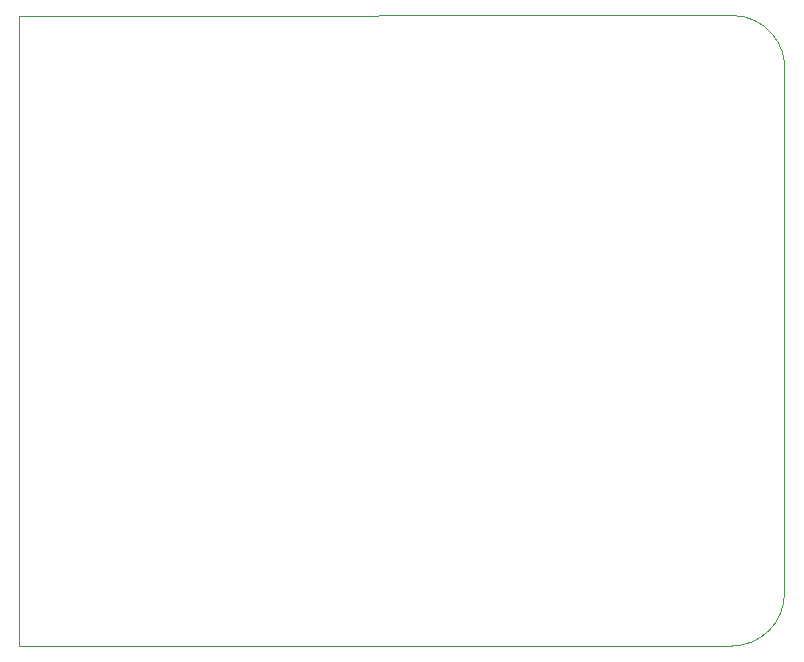
<source format=gbr>
%TF.GenerationSoftware,KiCad,Pcbnew,(5.1.6)-1*%
%TF.CreationDate,2020-08-03T14:50:49-05:00*%
%TF.ProjectId,CAN sniffer,43414e20-736e-4696-9666-65722e6b6963,rev?*%
%TF.SameCoordinates,Original*%
%TF.FileFunction,Profile,NP*%
%FSLAX46Y46*%
G04 Gerber Fmt 4.6, Leading zero omitted, Abs format (unit mm)*
G04 Created by KiCad (PCBNEW (5.1.6)-1) date 2020-08-03 14:50:49*
%MOMM*%
%LPD*%
G01*
G04 APERTURE LIST*
%TA.AperFunction,Profile*%
%ADD10C,0.050000*%
%TD*%
G04 APERTURE END LIST*
D10*
X166369999Y-60914873D02*
G75*
G02*
X170814999Y-66039999I1J-4490127D01*
G01*
X170815000Y-109855000D02*
G75*
G02*
X166370000Y-114300000I-4445000J0D01*
G01*
X106045000Y-114300000D02*
X106045000Y-60960000D01*
X166370000Y-114300000D02*
X106045000Y-114300000D01*
X170814999Y-66039999D02*
X170815000Y-109855000D01*
X106045000Y-60960000D02*
X166369999Y-60914873D01*
M02*

</source>
